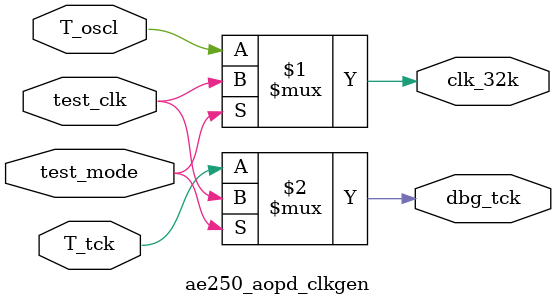
<source format=v>



module ae250_aopd_clkgen (
		  test_mode,
		  test_clk,
		  clk_32k,
		  T_oscl,
		  dbg_tck,
		  T_tck
);

input		test_mode;
input		test_clk;

output		clk_32k;
input		T_oscl;

output		dbg_tck;
input		T_tck;

assign	clk_32k		= test_mode ? test_clk : T_oscl;
assign	dbg_tck	= test_mode ? test_clk : T_tck;

endmodule

</source>
